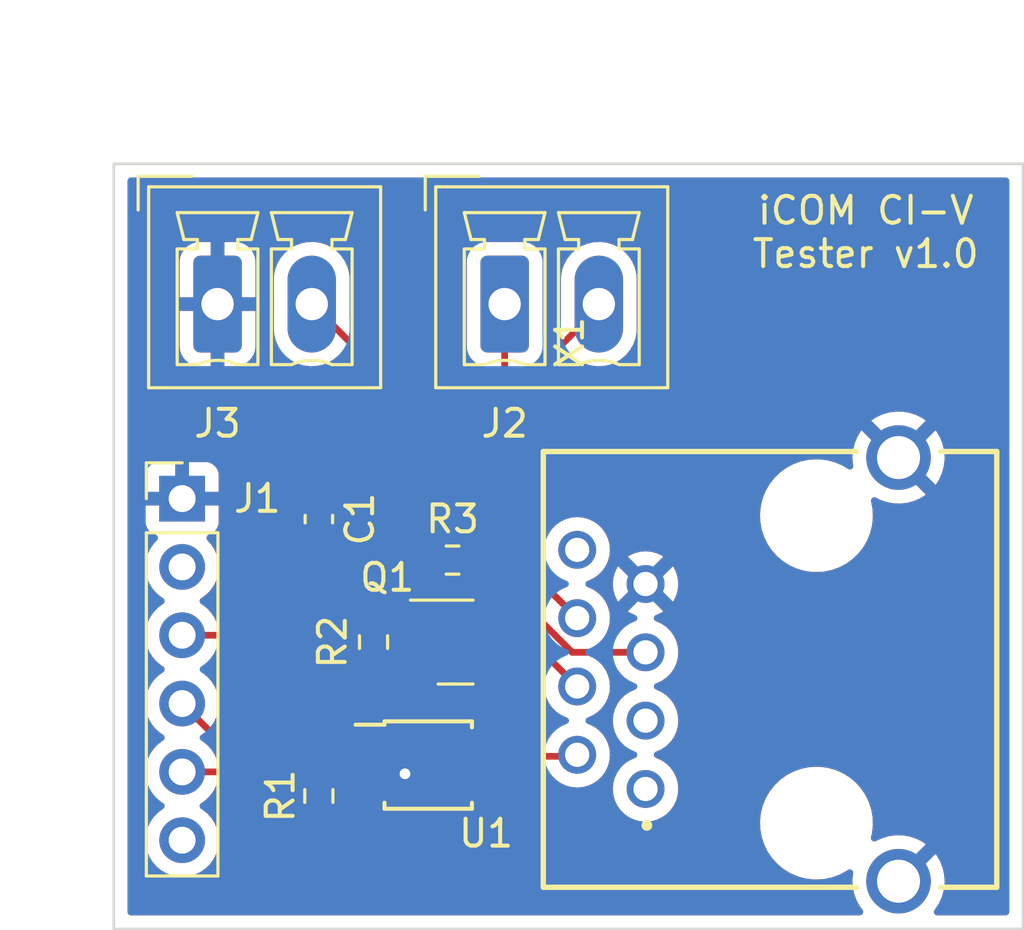
<source format=kicad_pcb>
(kicad_pcb (version 20211014) (generator pcbnew)
  (layers (0 "F.Cu" signal) (31 "B.Cu" signal) (34 "B.Paste" user) (35 "F.Paste" user) (36 "B.SilkS" user "B.Silkscreen") (37 "F.SilkS" user "F.Silkscreen") (38 "B.Mask" user) (39 "F.Mask" user) (44 "Edge.Cuts" user))
  (net 0 "")
  (net 1 "GND")
  (net 2 "+3.3V")
  (net 4 "/TX")
  (net 5 "/RX")
  (net 7 "Net-(Q1-Pad1)")
  (net 8 "/CIV-RADIO-PTT")
  (net 9 "/PTT")
  (net 10 "/CIV-RADIO-CLONE")
  (net 11 "/CIV-RADIO-MIC")
  (net 15 "/CIV-RADIO-MICE")
  (footprint "Connector_Phoenix_MC:PhoenixContact_MCV_1,5_2-G-3.5_1x02_P3.50mm_Vertical" (layer "F.Cu") (at 129.3315 67.6985)
    (fp_text reference "J3" (at 0 4.4375) (layer "F.SilkS"))
    (fp_text value "Conn_01x02_Female")
    (fp_line (start -2.56 -4.36) (end -2.56 3.11) (layer "F.SilkS") (width 0.12))
    (fp_line (start -1.5 -3.4) (end 1.5 -3.4) (layer "F.SilkS") (width 0.12))
    (fp_line (start 1.5 -2.05) (end 1.5 2.25) (layer "F.SilkS") (width 0.12))
    (fp_line (start 5 -2.05) (end 5 2.25) (layer "F.SilkS") (width 0.12))
    (fp_line (start 5 2.25) (end 4.25 2.25) (layer "F.SilkS") (width 0.12))
    (fp_line (start -1.5 -2.05) (end -0.75 -2.05) (layer "F.SilkS") (width 0.12))
    (fp_line (start -0.75 -2.05) (end -0.75 -2.4) (layer "F.SilkS") (width 0.12))
    (fp_line (start -1.25 -2.4) (end -1.5 -3.4) (layer "F.SilkS") (width 0.12))
    (fp_line (start 1.25 -2.4) (end 0.75 -2.4) (layer "F.SilkS") (width 0.12))
    (fp_line (start -2.56 3.11) (end 6.06 3.11) (layer "F.SilkS") (width 0.12))
    (fp_line (start 2.75 -2.05) (end 2.75 -2.4) (layer "F.SilkS") (width 0.12))
    (fp_line (start 2 -3.4) (end 5 -3.4) (layer "F.SilkS") (width 0.12))
    (fp_line (start 4.75 -2.4) (end 4.25 -2.4) (layer "F.SilkS") (width 0.12))
    (fp_line (start 2.75 -2.4) (end 2.25 -2.4) (layer "F.SilkS") (width 0.12))
    (fp_line (start 2.75 2.25) (end 2 2.25) (layer "F.SilkS") (width 0.12))
    (fp_line (start 0.75 -2.4) (end 0.75 -2.05) (layer "F.SilkS") (width 0.12))
    (fp_line (start 1.5 -3.4) (end 1.25 -2.4) (layer "F.SilkS") (width 0.12))
    (fp_line (start -2.95 -4.75) (end -0.95 -4.75) (layer "F.SilkS") (width 0.12))
    (fp_line (start 2.25 -2.4) (end 2 -3.4) (layer "F.SilkS") (width 0.12))
    (fp_line (start 2 2.25) (end 2 -2.05) (layer "F.SilkS") (width 0.12))
    (fp_line (start -0.75 2.25) (end -1.5 2.25) (layer "F.SilkS") (width 0.12))
    (fp_line (start 6.06 3.11) (end 6.06 -4.36) (layer "F.SilkS") (width 0.12))
    (fp_line (start 0.75 -2.05) (end 1.5 -2.05) (layer "F.SilkS") (width 0.12))
    (fp_line (start -1.5 2.25) (end -1.5 -2.05) (layer "F.SilkS") (width 0.12))
    (fp_line (start -0.75 -2.4) (end -1.25 -2.4) (layer "F.SilkS") (width 0.12))
    (fp_line (start -2.95 -3.5) (end -2.95 -4.75) (layer "F.SilkS") (width 0.12))
    (fp_line (start 5 -3.4) (end 4.75 -2.4) (layer "F.SilkS") (width 0.12))
    (fp_line (start 4.25 -2.05) (end 5 -2.05) (layer "F.SilkS") (width 0.12))
    (fp_line (start 1.5 2.25) (end 0.75 2.25) (layer "F.SilkS") (width 0.12))
    (fp_line (start 4.25 -2.4) (end 4.25 -2.05) (layer "F.SilkS") (width 0.12))
    (fp_line (start 6.06 -4.36) (end -2.56 -4.36) (layer "F.SilkS") (width 0.12))
    (fp_line (start 2 -2.05) (end 2.75 -2.05) (layer "F.SilkS") (width 0.12))
    (fp_arc (start 2.75 2.25) (mid 3.499807 2.09191) (end 4.249647 2.249844) (layer "F.SilkS") (width 0.12))
    (fp_arc (start -0.75 2.25) (mid -0.000193 2.09191) (end 0.749647 2.249844) (layer "F.SilkS") (width 0.12))
    (pad "1" thru_hole roundrect (at 0 0) (size 1.8 3.6) (drill 1.2) (layers *.Cu *.Mask) (roundrect_rratio 0.138889) (net 1 "GND"))
    (pad "2" thru_hole oval (at 3.5 0) (size 1.8 3.6) (drill 1.2) (layers *.Cu *.Mask) (net 9 "/PTT"))
  )
  (footprint "Resistor_SMD:R_0603_1608Metric" (layer "F.Cu") (at 133.096 85.986 90)
    (fp_text reference "R1" (at 0 -1.43 90) (layer "F.SilkS"))
    (fp_text value "10k")
    (fp_line (start -0.237258 -0.5225) (end 0.237258 -0.5225) (layer "F.SilkS") (width 0.12))
    (fp_line (start -0.237258 0.5225) (end 0.237258 0.5225) (layer "F.SilkS") (width 0.12))
    (pad "1" smd roundrect (at -0.825 0 90) (size 0.8 0.95) (layers "F.Cu" "F.Paste" "F.Mask") (net 2 "+3.3V"))
    (pad "2" smd roundrect (at 0.825 0 90) (size 0.8 0.95) (layers "F.Cu" "F.Paste" "F.Mask") (net 5 "/RX"))
  )
  (footprint "Package_SO:TSSOP-8_3x3mm_P0.65mm" (layer "F.Cu") (at 137.16 84.836)
    (fp_text reference "U1" (at 2.15 2.54) (layer "F.SilkS"))
    (fp_text value "74LVC2G125")
    (fp_line (start 1.625 -1.625) (end 1.625 -1.4) (layer "F.SilkS") (width 0.15))
    (fp_line (start 1.625 1.625) (end 1.625 1.4) (layer "F.SilkS") (width 0.15))
    (fp_line (start -1.625 1.625) (end -1.625 1.4) (layer "F.SilkS") (width 0.15))
    (fp_line (start -1.625 1.625) (end 1.625 1.625) (layer "F.SilkS") (width 0.15))
    (fp_line (start -1.625 -1.625) (end -1.625 -1.5) (layer "F.SilkS") (width 0.15))
    (fp_line (start -1.625 -1.5) (end -2.7 -1.5) (layer "F.SilkS") (width 0.15))
    (fp_line (start -1.625 -1.625) (end 1.625 -1.625) (layer "F.SilkS") (width 0.15))
    (pad "1" smd rect (at -2.15 -0.975) (size 1.1 0.4) (layers "F.Cu" "F.Paste" "F.Mask") (net 4 "/TX"))
    (pad "2" smd rect (at -2.15 -0.325) (size 1.1 0.4) (layers "F.Cu" "F.Paste" "F.Mask") (net 1 "GND"))
    (pad "3" smd rect (at -2.15 0.325) (size 1.1 0.4) (layers "F.Cu" "F.Paste" "F.Mask") (net 5 "/RX"))
    (pad "4" smd rect (at -2.15 0.975) (size 1.1 0.4) (layers "F.Cu" "F.Paste" "F.Mask") (net 1 "GND"))
    (pad "5" smd rect (at 2.15 0.975) (size 1.1 0.4) (layers "F.Cu" "F.Paste" "F.Mask") (net 1 "GND"))
    (pad "6" smd rect (at 2.15 0.325) (size 1.1 0.4) (layers "F.Cu" "F.Paste" "F.Mask") (net 10 "/CIV-RADIO-CLONE"))
    (pad "7" smd rect (at 2.15 -0.325) (size 1.1 0.4) (layers "F.Cu" "F.Paste" "F.Mask") (net 10 "/CIV-RADIO-CLONE"))
    (pad "8" smd rect (at 2.15 -0.975) (size 1.1 0.4) (layers "F.Cu" "F.Paste" "F.Mask") (net 2 "+3.3V"))
  )
  (footprint "Connector_PinHeader_2.54mm:PinHeader_1x06_P2.54mm_Vertical" (layer "F.Cu") (at 128.016 74.93)
    (fp_text reference "J1" (at 2.794 0) (layer "F.SilkS"))
    (fp_text value "Conn_01x06_Male")
    (fp_line (start -1.33 0) (end -1.33 -1.33) (layer "F.SilkS") (width 0.12))
    (fp_line (start -1.33 1.27) (end 1.33 1.27) (layer "F.SilkS") (width 0.12))
    (fp_line (start -1.33 1.27) (end -1.33 14.03) (layer "F.SilkS") (width 0.12))
    (fp_line (start 1.33 1.27) (end 1.33 14.03) (layer "F.SilkS") (width 0.12))
    (fp_line (start -1.33 14.03) (end 1.33 14.03) (layer "F.SilkS") (width 0.12))
    (fp_line (start -1.33 -1.33) (end 0 -1.33) (layer "F.SilkS") (width 0.12))
    (pad "1" thru_hole rect (at 0 0) (size 1.7 1.7) (drill 1) (layers *.Cu *.Mask) (net 1 "GND"))
    (pad "2" thru_hole oval (at 0 2.54) (size 1.7 1.7) (drill 1) (layers *.Cu *.Mask))
    (pad "3" thru_hole oval (at 0 5.08) (size 1.7 1.7) (drill 1) (layers *.Cu *.Mask) (net 2 "+3.3V"))
    (pad "4" thru_hole oval (at 0 7.62) (size 1.7 1.7) (drill 1) (layers *.Cu *.Mask) (net 4 "/TX"))
    (pad "5" thru_hole oval (at 0 10.16) (size 1.7 1.7) (drill 1) (layers *.Cu *.Mask) (net 5 "/RX"))
    (pad "6" thru_hole oval (at 0 12.7) (size 1.7 1.7) (drill 1) (layers *.Cu *.Mask))
  )
  (footprint "Connector_RJ_User:RJ45_Wuerth_615008138221_Vertical" (layer "F.Cu") (at 149.86 81.28 90)
    (fp_text reference "X1" (at 12.15 -7.44 90) (layer "F.SilkS"))
    (fp_text value "Würth_615008138221")
    (fp_line (start 8.1 -8.425) (end 8.1 3.225) (layer "F.SilkS") (width 0.2))
    (fp_line (start 8.1 8.425) (end 8.1 6.325) (layer "F.SilkS") (width 0.2))
    (fp_line (start -8.1 -8.425) (end 8.1 -8.425) (layer "F.SilkS") (width 0.2))
    (fp_line (start -8.1 3.225) (end -8.1 -8.425) (layer "F.SilkS") (width 0.2))
    (fp_line (start -8.1 8.425) (end 8.1 8.425) (layer "F.SilkS") (width 0.2))
    (fp_line (start -8.1 6.325) (end -8.1 8.425) (layer "F.SilkS") (width 0.2))
    (fp_circle (center -5.8 -4.575) (end -5.7 -4.575) (layer "F.SilkS") (width 0.2) (fill none))
    (pad "" np_thru_hole circle (at -5.715 1.725 90) (size 3.17 3.17) (drill 3.17) (layers *.Cu *.Mask))
    (pad "" np_thru_hole circle (at 5.715 1.725 90) (size 3.17 3.17) (drill 3.17) (layers *.Cu *.Mask))
    (pad "1" thru_hole circle (at -4.445 -4.625 90) (size 1.408 1.408) (drill 0.9) (layers *.Cu *.Mask))
    (pad "2" thru_hole circle (at -3.175 -7.165 90) (size 1.408 1.408) (drill 0.9) (layers *.Cu *.Mask) (net 10 "/CIV-RADIO-CLONE"))
    (pad "3" thru_hole circle (at -1.905 -4.625 90) (size 1.408 1.408) (drill 0.9) (layers *.Cu *.Mask))
    (pad "4" thru_hole circle (at -0.635 -7.165 90) (size 1.408 1.408) (drill 0.9) (layers *.Cu *.Mask) (net 8 "/CIV-RADIO-PTT"))
    (pad "5" thru_hole circle (at 0.635 -4.625 90) (size 1.408 1.408) (drill 0.9) (layers *.Cu *.Mask) (net 15 "/CIV-RADIO-MICE"))
    (pad "6" thru_hole circle (at 1.905 -7.165 90) (size 1.408 1.408) (drill 0.9) (layers *.Cu *.Mask) (net 11 "/CIV-RADIO-MIC"))
    (pad "7" thru_hole circle (at 3.175 -4.625 90) (size 1.408 1.408) (drill 0.9) (layers *.Cu *.Mask) (net 1 "GND"))
    (pad "8" thru_hole circle (at 4.445 -7.165 90) (size 1.408 1.408) (drill 0.9) (layers *.Cu *.Mask))
    (pad "SH" thru_hole circle (at -7.875 4.775 90) (size 2.4 2.4) (drill 1.6) (layers *.Cu *.Mask) (net 1 "GND"))
    (pad "SH" thru_hole circle (at 7.875 4.775 90) (size 2.4 2.4) (drill 1.6) (layers *.Cu *.Mask) (net 1 "GND"))
  )
  (footprint "Connector_Phoenix_MC:PhoenixContact_MCV_1,5_2-G-3.5_1x02_P3.50mm_Vertical" (layer "F.Cu") (at 139.9995 67.6985)
    (fp_text reference "J2" (at 0 4.4375) (layer "F.SilkS"))
    (fp_text value "Conn_01x02_Female")
    (fp_line (start -1.5 2.25) (end -1.5 -2.05) (layer "F.SilkS") (width 0.12))
    (fp_line (start 1.5 -3.4) (end 1.25 -2.4) (layer "F.SilkS") (width 0.12))
    (fp_line (start -2.56 -4.36) (end -2.56 3.11) (layer "F.SilkS") (width 0.12))
    (fp_line (start 4.25 -2.4) (end 4.25 -2.05) (layer "F.SilkS") (width 0.12))
    (fp_line (start -0.75 -2.05) (end -0.75 -2.4) (layer "F.SilkS") (width 0.12))
    (fp_line (start 5 -2.05) (end 5 2.25) (layer "F.SilkS") (width 0.12))
    (fp_line (start 6.06 -4.36) (end -2.56 -4.36) (layer "F.SilkS") (width 0.12))
    (fp_line (start 2.25 -2.4) (end 2 -3.4) (layer "F.SilkS") (width 0.12))
    (fp_line (start -1.5 -3.4) (end 1.5 -3.4) (layer "F.SilkS") (width 0.12))
    (fp_line (start 2 -2.05) (end 2.75 -2.05) (layer "F.SilkS") (width 0.12))
    (fp_line (start 2 -3.4) (end 5 -3.4) (layer "F.SilkS") (width 0.12))
    (fp_line (start 2.75 2.25) (end 2 2.25) (layer "F.SilkS") (width 0.12))
    (fp_line (start 4.25 -2.05) (end 5 -2.05) (layer "F.SilkS") (width 0.12))
    (fp_line (start -2.95 -3.5) (end -2.95 -4.75) (layer "F.SilkS") (width 0.12))
    (fp_line (start 2.75 -2.4) (end 2.25 -2.4) (layer "F.SilkS") (width 0.12))
    (fp_line (start -1.5 -2.05) (end -0.75 -2.05) (layer "F.SilkS") (width 0.12))
    (fp_line (start 6.06 3.11) (end 6.06 -4.36) (layer "F.SilkS") (width 0.12))
    (fp_line (start 1.5 2.25) (end 0.75 2.25) (layer "F.SilkS") (width 0.12))
    (fp_line (start -2.95 -4.75) (end -0.95 -4.75) (layer "F.SilkS") (width 0.12))
    (fp_line (start 5 -3.4) (end 4.75 -2.4) (layer "F.SilkS") (width 0.12))
    (fp_line (start 1.25 -2.4) (end 0.75 -2.4) (layer "F.SilkS") (width 0.12))
    (fp_line (start 2 2.25) (end 2 -2.05) (layer "F.SilkS") (width 0.12))
    (fp_line (start 0.75 -2.4) (end 0.75 -2.05) (layer "F.SilkS") (width 0.12))
    (fp_line (start 2.75 -2.05) (end 2.75 -2.4) (layer "F.SilkS") (width 0.12))
    (fp_line (start -0.75 -2.4) (end -1.25 -2.4) (layer "F.SilkS") (width 0.12))
    (fp_line (start 4.75 -2.4) (end 4.25 -2.4) (layer "F.SilkS") (width 0.12))
    (fp_line (start -2.56 3.11) (end 6.06 3.11) (layer "F.SilkS") (width 0.12))
    (fp_line (start 1.5 -2.05) (end 1.5 2.25) (layer "F.SilkS") (width 0.12))
    (fp_line (start 0.75 -2.05) (end 1.5 -2.05) (layer "F.SilkS") (width 0.12))
    (fp_line (start -1.25 -2.4) (end -1.5 -3.4) (layer "F.SilkS") (width 0.12))
    (fp_line (start 5 2.25) (end 4.25 2.25) (layer "F.SilkS") (width 0.12))
    (fp_line (start -0.75 2.25) (end -1.5 2.25) (layer "F.SilkS") (width 0.12))
    (fp_arc (start 2.75 2.25) (mid 3.499807 2.09191) (end 4.249647 2.249844) (layer "F.SilkS") (width 0.12))
    (fp_arc (start -0.75 2.25) (mid -0.000193 2.09191) (end 0.749647 2.249844) (layer "F.SilkS") (width 0.12))
    (pad "1" thru_hole roundrect (at 0 0) (size 1.8 3.6) (drill 1.2) (layers *.Cu *.Mask) (roundrect_rratio 0.138889) (net 15 "/CIV-RADIO-MICE"))
    (pad "2" thru_hole oval (at 3.5 0) (size 1.8 3.6) (drill 1.2) (layers *.Cu *.Mask) (net 11 "/CIV-RADIO-MIC"))
  )
  (footprint "Resistor_SMD:R_0603_1608Metric" (layer "F.Cu") (at 138.0635 77.216)
    (fp_text reference "R3" (at 0 -1.524) (layer "F.SilkS"))
    (fp_text value "1k")
    (fp_line (start -0.237258 -0.5225) (end 0.237258 -0.5225) (layer "F.SilkS") (width 0.12))
    (fp_line (start -0.237258 0.5225) (end 0.237258 0.5225) (layer "F.SilkS") (width 0.12))
    (pad "1" smd roundrect (at -0.825 0) (size 0.8 0.95) (layers "F.Cu" "F.Paste" "F.Mask") (net 7 "Net-(Q1-Pad1)"))
    (pad "2" smd roundrect (at 0.825 0) (size 0.8 0.95) (layers "F.Cu" "F.Paste" "F.Mask") (net 9 "/PTT"))
  )
  (footprint "Resistor_SMD:R_0603_1608Metric" (layer "F.Cu") (at 135.128 80.264 -90)
    (fp_text reference "R2" (at 0 1.524 90) (layer "F.SilkS"))
    (fp_text value "10k")
    (fp_line (start -0.237258 -0.5225) (end 0.237258 -0.5225) (layer "F.SilkS") (width 0.12))
    (fp_line (start -0.237258 0.5225) (end 0.237258 0.5225) (layer "F.SilkS") (width 0.12))
    (pad "1" smd roundrect (at -0.825 0 270) (size 0.8 0.95) (layers "F.Cu" "F.Paste" "F.Mask") (net 9 "/PTT"))
    (pad "2" smd roundrect (at 0.825 0 270) (size 0.8 0.95) (layers "F.Cu" "F.Paste" "F.Mask") (net 1 "GND"))
  )
  (footprint "Package_TO_SOT_SMD:SOT-23" (layer "F.Cu") (at 138.176 80.264)
    (fp_text reference "Q1" (at -2.54 -2.4) (layer "F.SilkS"))
    (fp_text value "BSS138")
    (fp_line (start 0 -1.56) (end 0.65 -1.56) (layer "F.SilkS") (width 0.12))
    (fp_line (start 0 -1.56) (end -1.675 -1.56) (layer "F.SilkS") (width 0.12))
    (fp_line (start 0 1.56) (end 0.65 1.56) (layer "F.SilkS") (width 0.12))
    (fp_line (start 0 1.56) (end -0.65 1.56) (layer "F.SilkS") (width 0.12))
    (pad "1" smd roundrect (at -0.9375 -0.95) (size 1.475 0.6) (layers "F.Cu" "F.Paste" "F.Mask") (net 7 "Net-(Q1-Pad1)"))
    (pad "2" smd roundrect (at -0.9375 0.95) (size 1.475 0.6) (layers "F.Cu" "F.Paste" "F.Mask") (net 1 "GND"))
    (pad "3" smd roundrect (at 0.9375 0) (size 1.475 0.6) (layers "F.Cu" "F.Paste" "F.Mask") (net 8 "/CIV-RADIO-PTT"))
  )
  (footprint "Capacitor_SMD:C_0603_1608Metric" (layer "F.Cu") (at 133.096 75.692 -90)
    (fp_text reference "C1" (at 0 -1.524 90) (layer "F.SilkS"))
    (fp_text value "100nF")
    (fp_line (start -0.14058 0.51) (end 0.14058 0.51) (layer "F.SilkS") (width 0.12))
    (fp_line (start -0.14058 -0.51) (end 0.14058 -0.51) (layer "F.SilkS") (width 0.12))
    (pad "1" smd roundrect (at -0.775 0 270) (size 0.9 0.95) (layers "F.Cu" "F.Paste" "F.Mask") (net 1 "GND"))
    (pad "2" smd roundrect (at 0.775 0 270) (size 0.9 0.95) (layers "F.Cu" "F.Paste" "F.Mask") (net 2 "+3.3V"))
  )
  (gr_rect (start 125.476 62.484) (end 159.258 90.932) (layer "Edge.Cuts") (width 0.1) (fill none))
  (gr_text "iCOM CI-V\nTester v1.0" (at 153.416 65.024) (layer "F.SilkS") (effects (font (size 1 1))))
  (segment (start 136.2964 85.598) (end 136.2964 85.1916) (width 0.25) (layer "F.Cu") (net 1))
  (segment (start 135.01 85.811) (end 136.0834 85.811) (width 0.25) (layer "F.Cu") (net 1))
  (segment (start 136.0834 85.811) (end 136.2964 85.598) (width 0.25) (layer "F.Cu") (net 1))
  (segment (start 136.2964 85.1916) (end 136.2964 84.7344) (width 0.25) (layer "F.Cu") (net 1))
  (segment (start 136.2964 84.7344) (end 136.073 84.511) (width 0.25) (layer "F.Cu") (net 1))
  (segment (start 136.073 84.511) (end 135.01 84.511) (width 0.25) (layer "F.Cu") (net 1))
  (via (at 136.2964 85.161) (size 0.8) (drill 0.4) (layers "F.Cu" "B.Cu") (net 1))
  (segment (start 129.553 80.01) (end 128.016 80.01) (width 0.25) (layer "F.Cu") (net 2))
  (segment (start 137.709 83.861) (end 139.31 83.861) (width 0.25) (layer "F.Cu") (net 2))
  (segment (start 137.709 85.557) (end 137.709 83.861) (width 0.25) (layer "F.Cu") (net 2))
  (segment (start 133.096 76.467) (end 129.553 80.01) (width 0.25) (layer "F.Cu") (net 2))
  (segment (start 136.144 82.296) (end 131.839 82.296) (width 0.25) (layer "F.Cu") (net 2))
  (segment (start 136.455 86.811) (end 137.709 85.557) (width 0.25) (layer "F.Cu") (net 2))
  (segment (start 136.144 82.296) (end 137.709 83.861) (width 0.25) (layer "F.Cu") (net 2))
  (segment (start 133.096 86.811) (end 136.455 86.811) (width 0.25) (layer "F.Cu") (net 2))
  (segment (start 131.839 82.296) (end 129.553 80.01) (width 0.25) (layer "F.Cu") (net 2))
  (segment (start 138.643 83.861) (end 139.31 83.861) (width 0.25) (layer "F.Cu") (net 2))
  (segment (start 129.327 83.861) (end 135.01 83.861) (width 0.25) (layer "F.Cu") (net 4))
  (segment (start 128.016 82.55) (end 129.327 83.861) (width 0.25) (layer "F.Cu") (net 4))
  (segment (start 133.025 85.09) (end 133.096 85.161) (width 0.25) (layer "F.Cu") (net 5))
  (segment (start 135.01 85.161) (end 133.096 85.161) (width 0.25) (layer "F.Cu") (net 5))
  (segment (start 128.016 85.09) (end 133.025 85.09) (width 0.25) (layer "F.Cu") (net 5))
  (segment (start 137.2385 79.314) (end 137.2385 77.216) (width 0.25) (layer "F.Cu") (net 7))
  (segment (start 141.044 80.264) (end 142.695 81.915) (width 0.25) (layer "F.Cu") (net 8))
  (segment (start 139.1135 80.264) (end 141.044 80.264) (width 0.25) (layer "F.Cu") (net 8))
  (segment (start 135.128 77.724) (end 135.128 79.439) (width 0.25) (layer "F.Cu") (net 9))
  (segment (start 138.8885 77.216) (end 137.8725 76.2) (width 0.25) (layer "F.Cu") (net 9))
  (segment (start 135.128 69.995) (end 132.8315 67.6985) (width 0.25) (layer "F.Cu") (net 9))
  (segment (start 137.8725 76.2) (end 135.128 76.2) (width 0.25) (layer "F.Cu") (net 9))
  (segment (start 135.128 77.724) (end 135.128 76.2) (width 0.25) (layer "F.Cu") (net 9))
  (segment (start 135.128 76.2) (end 135.128 69.995) (width 0.25) (layer "F.Cu") (net 9))
  (segment (start 139.31 85.161) (end 140.137 85.161) (width 0.25) (layer "F.Cu") (net 10))
  (segment (start 140.391 84.511) (end 142.639 84.511) (width 0.25) (layer "F.Cu") (net 10))
  (segment (start 139.31 84.511) (end 140.391 84.511) (width 0.25) (layer "F.Cu") (net 10))
  (segment (start 140.462 84.836) (end 140.462 84.582) (width 0.25) (layer "F.Cu") (net 10))
  (segment (start 140.462 84.582) (end 140.391 84.511) (width 0.25) (layer "F.Cu") (net 10))
  (segment (start 140.137 85.161) (end 140.462 84.836) (width 0.25) (layer "F.Cu") (net 10))
  (segment (start 142.639 84.511) (end 142.695 84.455) (width 0.25) (layer "F.Cu") (net 10))
  (segment (start 140.716 70.612) (end 140.716 77.396) (width 0.25) (layer "F.Cu") (net 11))
  (segment (start 143.4995 67.8285) (end 140.716 70.612) (width 0.25) (layer "F.Cu") (net 11))
  (segment (start 143.4995 67.6985) (end 143.4995 67.8285) (width 0.25) (layer "F.Cu") (net 11))
  (segment (start 140.716 77.396) (end 142.695 79.375) (width 0.25) (layer "F.Cu") (net 11))
  (segment (start 139.9995 67.6985) (end 139.9995 78.134726) (width 0.25) (layer "F.Cu") (net 15))
  (segment (start 142.509774 80.645) (end 145.235 80.645) (width 0.25) (layer "F.Cu") (net 15))
  (segment (start 139.9995 78.134726) (end 142.509774 80.645) (width 0.25) (layer "F.Cu") (net 15))
  (zone (net 1) (net_name "GND") (layers F&B.Cu) (connect_pads (clearance 0.508)) (min_thickness 0.254) (fill yes (thermal_gap 0.508) (thermal_bridge_width 0.508))
    (polygon (pts (xy 158.75 90.424) (xy 125.984 90.424) (xy 125.984 62.992) (xy 158.75 62.992)))
  )
)
</source>
